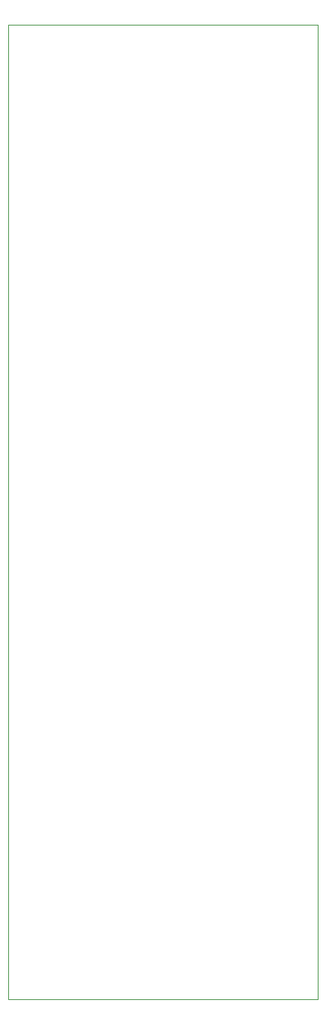
<source format=gbr>
G04 #@! TF.GenerationSoftware,KiCad,Pcbnew,(5.1.2)-1*
G04 #@! TF.CreationDate,2019-10-25T07:51:25-07:00*
G04 #@! TF.ProjectId,selector,73656c65-6374-46f7-922e-6b696361645f,rev?*
G04 #@! TF.SameCoordinates,Original*
G04 #@! TF.FileFunction,Profile,NP*
%FSLAX46Y46*%
G04 Gerber Fmt 4.6, Leading zero omitted, Abs format (unit mm)*
G04 Created by KiCad (PCBNEW (5.1.2)-1) date 2019-10-25 07:51:25*
%MOMM*%
%LPD*%
G04 APERTURE LIST*
%ADD10C,0.100000*%
G04 APERTURE END LIST*
D10*
X95000000Y-170000000D02*
X60000000Y-170000000D01*
X95000000Y-60000000D02*
X95000000Y-170000000D01*
X60000000Y-60000000D02*
X95000000Y-60000000D01*
X60000000Y-170000000D02*
X60000000Y-60000000D01*
M02*

</source>
